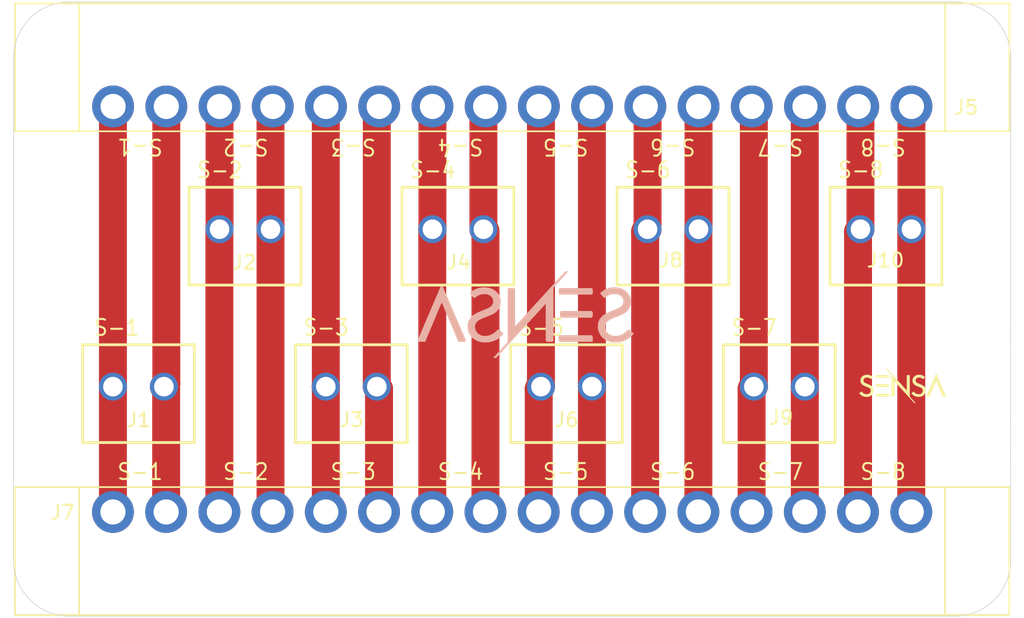
<source format=kicad_pcb>
(kicad_pcb (version 20171130) (host pcbnew "(5.1.9)-1")

  (general
    (thickness 1.6)
    (drawings 24)
    (tracks 56)
    (zones 0)
    (modules 16)
    (nets 17)
  )

  (page A4)
  (layers
    (0 F.Cu signal)
    (31 B.Cu signal)
    (32 B.Adhes user)
    (33 F.Adhes user)
    (34 B.Paste user)
    (35 F.Paste user)
    (36 B.SilkS user)
    (37 F.SilkS user)
    (38 B.Mask user)
    (39 F.Mask user)
    (40 Dwgs.User user)
    (41 Cmts.User user)
    (42 Eco1.User user)
    (43 Eco2.User user)
    (44 Edge.Cuts user)
    (45 Margin user)
    (46 B.CrtYd user)
    (47 F.CrtYd user)
    (48 B.Fab user)
    (49 F.Fab user)
  )

  (setup
    (last_trace_width 0.25)
    (user_trace_width 1.4)
    (user_trace_width 2)
    (trace_clearance 0.2)
    (zone_clearance 0.508)
    (zone_45_only no)
    (trace_min 0.2)
    (via_size 0.8)
    (via_drill 0.4)
    (via_min_size 0.4)
    (via_min_drill 0.3)
    (uvia_size 0.3)
    (uvia_drill 0.1)
    (uvias_allowed no)
    (uvia_min_size 0.2)
    (uvia_min_drill 0.1)
    (edge_width 0.05)
    (segment_width 0.2)
    (pcb_text_width 0.3)
    (pcb_text_size 1.5 1.5)
    (mod_edge_width 0.12)
    (mod_text_size 1 1)
    (mod_text_width 0.15)
    (pad_size 1.524 1.524)
    (pad_drill 0.762)
    (pad_to_mask_clearance 0)
    (aux_axis_origin 0 0)
    (visible_elements 7FFFFF7F)
    (pcbplotparams
      (layerselection 0x010fc_ffffffff)
      (usegerberextensions false)
      (usegerberattributes false)
      (usegerberadvancedattributes true)
      (creategerberjobfile false)
      (excludeedgelayer true)
      (linewidth 0.100000)
      (plotframeref false)
      (viasonmask false)
      (mode 1)
      (useauxorigin false)
      (hpglpennumber 1)
      (hpglpenspeed 20)
      (hpglpendiameter 15.000000)
      (psnegative false)
      (psa4output false)
      (plotreference true)
      (plotvalue true)
      (plotinvisibletext false)
      (padsonsilk false)
      (subtractmaskfromsilk false)
      (outputformat 1)
      (mirror false)
      (drillshape 0)
      (scaleselection 1)
      (outputdirectory "Documents/Gerbers/"))
  )

  (net 0 "")
  (net 1 /S1_1)
  (net 2 /S1_2)
  (net 3 /S2_2)
  (net 4 /S2_1)
  (net 5 /S3_1)
  (net 6 /S3_2)
  (net 7 /S4_2)
  (net 8 /S4_1)
  (net 9 /S5_2)
  (net 10 /S5_1)
  (net 11 /S6_2)
  (net 12 /S6_1)
  (net 13 /S7_2)
  (net 14 /S7_1)
  (net 15 /S8_2)
  (net 16 /S8_1)

  (net_class Default "This is the default net class."
    (clearance 0.2)
    (trace_width 0.25)
    (via_dia 0.8)
    (via_drill 0.4)
    (uvia_dia 0.3)
    (uvia_drill 0.1)
    (add_net /S1_1)
    (add_net /S1_2)
    (add_net /S2_1)
    (add_net /S2_2)
    (add_net /S3_1)
    (add_net /S3_2)
    (add_net /S4_1)
    (add_net /S4_2)
    (add_net /S5_1)
    (add_net /S5_2)
    (add_net /S6_1)
    (add_net /S6_2)
    (add_net /S7_1)
    (add_net /S7_2)
    (add_net /S8_1)
    (add_net /S8_2)
  )

  (module MountingHole:MountingHole_3.2mm_M3_DIN965 (layer F.Cu) (tedit 56D1B4CB) (tstamp 61661069)
    (at 97.77 106.03)
    (descr "Mounting Hole 3.2mm, no annular, M3, DIN965")
    (tags "mounting hole 3.2mm no annular m3 din965")
    (attr virtual)
    (fp_text reference REF** (at 0 -3.8) (layer F.SilkS) hide
      (effects (font (size 1 1) (thickness 0.15)))
    )
    (fp_text value MountingHole_3.2mm_M3_DIN965 (at 0 3.8) (layer F.Fab) hide
      (effects (font (size 1 1) (thickness 0.15)))
    )
    (fp_circle (center 0 0) (end 2.8 0) (layer Cmts.User) (width 0.15))
    (fp_circle (center 0 0) (end 3.05 0) (layer F.CrtYd) (width 0.05))
    (fp_text user %R (at 0.3 0) (layer F.Fab) hide
      (effects (font (size 1 1) (thickness 0.15)))
    )
    (pad 1 np_thru_hole circle (at 0 0) (size 3.2 3.2) (drill 3.2) (layers *.Cu *.Mask))
  )

  (module MountingHole:MountingHole_3.2mm_M3_DIN965 (layer F.Cu) (tedit 56D1B4CB) (tstamp 61661062)
    (at 97.77 86.83)
    (descr "Mounting Hole 3.2mm, no annular, M3, DIN965")
    (tags "mounting hole 3.2mm no annular m3 din965")
    (attr virtual)
    (fp_text reference REF** (at 0 -3.8) (layer F.SilkS) hide
      (effects (font (size 1 1) (thickness 0.15)))
    )
    (fp_text value MountingHole_3.2mm_M3_DIN965 (at 0 3.8) (layer F.Fab) hide
      (effects (font (size 1 1) (thickness 0.15)))
    )
    (fp_circle (center 0 0) (end 2.8 0) (layer Cmts.User) (width 0.15))
    (fp_circle (center 0 0) (end 3.05 0) (layer F.CrtYd) (width 0.05))
    (fp_text user %R (at 0.3 0) (layer F.Fab) hide
      (effects (font (size 1 1) (thickness 0.15)))
    )
    (pad 1 np_thru_hole circle (at 0 0) (size 3.2 3.2) (drill 3.2) (layers *.Cu *.Mask))
  )

  (module MountingHole:MountingHole_3.2mm_M3_DIN965 (layer F.Cu) (tedit 56D1B4CB) (tstamp 6166101E)
    (at 164.94 86.83)
    (descr "Mounting Hole 3.2mm, no annular, M3, DIN965")
    (tags "mounting hole 3.2mm no annular m3 din965")
    (attr virtual)
    (fp_text reference REF** (at 0 -3.8) (layer F.SilkS) hide
      (effects (font (size 1 1) (thickness 0.15)))
    )
    (fp_text value MountingHole_3.2mm_M3_DIN965 (at 0 3.8) (layer F.Fab) hide
      (effects (font (size 1 1) (thickness 0.15)))
    )
    (fp_circle (center 0 0) (end 2.8 0) (layer Cmts.User) (width 0.15))
    (fp_circle (center 0 0) (end 3.05 0) (layer F.CrtYd) (width 0.05))
    (fp_text user %R (at 0.3 0) (layer F.Fab) hide
      (effects (font (size 1 1) (thickness 0.15)))
    )
    (pad 1 np_thru_hole circle (at 0 0) (size 3.2 3.2) (drill 3.2) (layers *.Cu *.Mask))
  )

  (module MountingHole:MountingHole_3.2mm_M3_DIN965 (layer F.Cu) (tedit 56D1B4CB) (tstamp 61660EE0)
    (at 164.94 106.03)
    (descr "Mounting Hole 3.2mm, no annular, M3, DIN965")
    (tags "mounting hole 3.2mm no annular m3 din965")
    (attr virtual)
    (fp_text reference REF** (at 0 -3.8) (layer F.SilkS) hide
      (effects (font (size 1 1) (thickness 0.15)))
    )
    (fp_text value MountingHole_3.2mm_M3_DIN965 (at 0 3.8) (layer F.Fab) hide
      (effects (font (size 1 1) (thickness 0.15)))
    )
    (fp_circle (center 0 0) (end 2.8 0) (layer Cmts.User) (width 0.15))
    (fp_circle (center 0 0) (end 3.05 0) (layer F.CrtYd) (width 0.05))
    (fp_text user %R (at 0.3 0) (layer F.Fab) hide
      (effects (font (size 1 1) (thickness 0.15)))
    )
    (pad 1 np_thru_hole circle (at 0 0) (size 3.2 3.2) (drill 3.2) (layers *.Cu *.Mask))
  )

  (module logos:SENSA_6x3 (layer F.Cu) (tedit 0) (tstamp 615D0846)
    (at 159.2 101.91)
    (attr smd)
    (fp_text reference G*** (at 0 0) (layer F.SilkS) hide
      (effects (font (size 1.524 1.524) (thickness 0.3)))
    )
    (fp_text value LOGO (at 0.75 0) (layer F.SilkS) hide
      (effects (font (size 1.524 1.524) (thickness 0.3)))
    )
    (fp_poly (pts (xy -0.703103 -0.877899) (xy -0.64791 -0.817301) (xy -0.588452 -0.752057) (xy -0.525941 -0.683491)
      (xy -0.461585 -0.612931) (xy -0.396597 -0.541701) (xy -0.332185 -0.47113) (xy -0.269559 -0.402541)
      (xy -0.209931 -0.337262) (xy -0.154509 -0.276619) (xy -0.104505 -0.221937) (xy -0.09652 -0.213209)
      (xy -0.049842 -0.162186) (xy -0.002728 -0.110677) (xy 0.044018 -0.059563) (xy 0.08959 -0.009722)
      (xy 0.133185 0.037964) (xy 0.173999 0.082618) (xy 0.211227 0.123358) (xy 0.244065 0.159305)
      (xy 0.271709 0.189579) (xy 0.293355 0.2133) (xy 0.29464 0.214709) (xy 0.321367 0.243904)
      (xy 0.345963 0.270551) (xy 0.367581 0.293753) (xy 0.385379 0.312612) (xy 0.398511 0.326229)
      (xy 0.406132 0.333708) (xy 0.40767 0.334879) (xy 0.408188 0.329964) (xy 0.408685 0.315552)
      (xy 0.409157 0.292304) (xy 0.409599 0.260882) (xy 0.410006 0.221948) (xy 0.410373 0.176165)
      (xy 0.410696 0.124193) (xy 0.41097 0.066696) (xy 0.41119 0.004335) (xy 0.411351 -0.062227)
      (xy 0.411449 -0.132329) (xy 0.41148 -0.199775) (xy 0.41148 -0.734829) (xy 0.423237 -0.745875)
      (xy 0.428246 -0.750026) (xy 0.434154 -0.752984) (xy 0.44265 -0.754951) (xy 0.455427 -0.756126)
      (xy 0.474177 -0.756711) (xy 0.50059 -0.756906) (xy 0.516331 -0.756921) (xy 0.546853 -0.756857)
      (xy 0.56889 -0.756524) (xy 0.584116 -0.755708) (xy 0.594205 -0.754197) (xy 0.600832 -0.751776)
      (xy 0.605671 -0.748234) (xy 0.608714 -0.745163) (xy 0.61976 -0.733406) (xy 0.619974 0.78486)
      (xy 0.823511 1.008312) (xy 0.860221 1.048636) (xy 0.894884 1.086749) (xy 0.926894 1.121985)
      (xy 0.955649 1.153678) (xy 0.980544 1.181161) (xy 1.000976 1.203769) (xy 1.016341 1.220833)
      (xy 1.026036 1.231689) (xy 1.029443 1.235642) (xy 1.025937 1.237441) (xy 1.014502 1.238797)
      (xy 0.997367 1.23948) (xy 0.991649 1.23952) (xy 0.951458 1.23952) (xy 0.755782 1.02489)
      (xy 0.72156 0.987369) (xy 0.68465 0.946929) (xy 0.644774 0.903269) (xy 0.601653 0.856083)
      (xy 0.555009 0.805067) (xy 0.504565 0.749919) (xy 0.450042 0.690335) (xy 0.391162 0.62601)
      (xy 0.327648 0.556642) (xy 0.259221 0.481926) (xy 0.185603 0.401558) (xy 0.106517 0.315236)
      (xy 0.021683 0.222656) (xy -0.069175 0.123513) (xy -0.166336 0.017504) (xy -0.270078 -0.095675)
      (xy -0.27432 -0.100303) (xy -0.4699 -0.313664) (xy -0.471194 0.217564) (xy -0.472488 0.748793)
      (xy -0.486114 0.763016) (xy -0.499741 0.77724) (xy -0.578523 0.77724) (xy -0.608395 0.777194)
      (xy -0.629867 0.776886) (xy -0.644699 0.776056) (xy -0.654652 0.774447) (xy -0.661486 0.771801)
      (xy -0.66696 0.767858) (xy -0.671553 0.763589) (xy -0.6858 0.749939) (xy -0.686049 -0.009841)
      (xy -0.686298 -0.76962) (xy -0.876769 -0.9779) (xy -0.912999 -1.017547) (xy -0.947718 -1.055596)
      (xy -0.980216 -1.091266) (xy -1.009785 -1.123777) (xy -1.035716 -1.152348) (xy -1.057301 -1.1762)
      (xy -1.073831 -1.194552) (xy -1.084598 -1.206623) (xy -1.087814 -1.21031) (xy -1.108387 -1.23444)
      (xy -1.027746 -1.23444) (xy -0.703103 -0.877899)) (layer F.SilkS) (width 0.01))
    (fp_poly (pts (xy -2.41917 -0.778086) (xy -2.377087 -0.775866) (xy -2.337193 -0.772004) (xy -2.302896 -0.766702)
      (xy -2.293724 -0.764749) (xy -2.244577 -0.750118) (xy -2.19335 -0.729026) (xy -2.144068 -0.703137)
      (xy -2.142627 -0.702283) (xy -2.123044 -0.689896) (xy -2.101744 -0.675218) (xy -2.080381 -0.659542)
      (xy -2.06061 -0.644159) (xy -2.044082 -0.630362) (xy -2.032453 -0.619444) (xy -2.027375 -0.612695)
      (xy -2.027281 -0.61214) (xy -2.030422 -0.606755) (xy -2.039147 -0.595142) (xy -2.052336 -0.578709)
      (xy -2.068869 -0.558863) (xy -2.080852 -0.54483) (xy -2.101032 -0.521565) (xy -2.11596 -0.50495)
      (xy -2.126936 -0.49387) (xy -2.135262 -0.487212) (xy -2.142239 -0.483862) (xy -2.149168 -0.482705)
      (xy -2.153534 -0.4826) (xy -2.165502 -0.483999) (xy -2.177742 -0.489088) (xy -2.192914 -0.499206)
      (xy -2.204578 -0.508284) (xy -2.253631 -0.542125) (xy -2.305171 -0.566582) (xy -2.360271 -0.582023)
      (xy -2.420003 -0.588814) (xy -2.440483 -0.58922) (xy -2.491993 -0.586454) (xy -2.536262 -0.577934)
      (xy -2.574751 -0.563147) (xy -2.608922 -0.541582) (xy -2.630612 -0.522615) (xy -2.660457 -0.487255)
      (xy -2.681327 -0.449151) (xy -2.693213 -0.409428) (xy -2.696102 -0.36921) (xy -2.689982 -0.32962)
      (xy -2.674844 -0.291784) (xy -2.650674 -0.256824) (xy -2.633504 -0.239209) (xy -2.619419 -0.226989)
      (xy -2.604659 -0.21578) (xy -2.588036 -0.204977) (xy -2.568358 -0.193973) (xy -2.544435 -0.18216)
      (xy -2.515076 -0.168933) (xy -2.479091 -0.153684) (xy -2.435289 -0.135808) (xy -2.413 -0.126861)
      (xy -2.341812 -0.097652) (xy -2.27965 -0.070422) (xy -2.225706 -0.044606) (xy -2.17917 -0.01964)
      (xy -2.139233 0.005043) (xy -2.105086 0.030005) (xy -2.075918 0.055812) (xy -2.050922 0.083029)
      (xy -2.029286 0.11222) (xy -2.010203 0.143951) (xy -2.001826 0.16002) (xy -1.987281 0.191675)
      (xy -1.976795 0.221346) (xy -1.969816 0.251745) (xy -1.965792 0.285581) (xy -1.964171 0.325566)
      (xy -1.964076 0.34544) (xy -1.964381 0.376344) (xy -1.965298 0.399869) (xy -1.967149 0.41879)
      (xy -1.970259 0.435884) (xy -1.974952 0.453927) (xy -1.977893 0.463841) (xy -2.002384 0.527688)
      (xy -2.035111 0.585904) (xy -2.07558 0.638053) (xy -2.123297 0.683703) (xy -2.177766 0.722416)
      (xy -2.238495 0.75376) (xy -2.304989 0.777299) (xy -2.345464 0.787095) (xy -2.384041 0.792876)
      (xy -2.428949 0.796243) (xy -2.476643 0.797158) (xy -2.523576 0.79558) (xy -2.566202 0.791471)
      (xy -2.5781 0.789659) (xy -2.638062 0.776473) (xy -2.698219 0.757556) (xy -2.756031 0.733947)
      (xy -2.808959 0.706687) (xy -2.854465 0.676818) (xy -2.855772 0.675829) (xy -2.869687 0.664379)
      (xy -2.886884 0.648917) (xy -2.906015 0.630814) (xy -2.925731 0.611438) (xy -2.944685 0.59216)
      (xy -2.96153 0.574351) (xy -2.974917 0.559379) (xy -2.983499 0.548615) (xy -2.985961 0.543497)
      (xy -2.981758 0.539144) (xy -2.971051 0.529471) (xy -2.955165 0.515636) (xy -2.935424 0.498796)
      (xy -2.919464 0.485375) (xy -2.895473 0.465401) (xy -2.877806 0.451109) (xy -2.865019 0.44163)
      (xy -2.85567 0.436097) (xy -2.848314 0.43364) (xy -2.841509 0.43339) (xy -2.834659 0.434336)
      (xy -2.820151 0.438828) (xy -2.807238 0.448294) (xy -2.795995 0.460737) (xy -2.770623 0.487209)
      (xy -2.738041 0.514336) (xy -2.700863 0.540186) (xy -2.661703 0.562826) (xy -2.649921 0.568721)
      (xy -2.611568 0.585967) (xy -2.577578 0.598099) (xy -2.544471 0.605913) (xy -2.508762 0.610204)
      (xy -2.46697 0.611768) (xy -2.46126 0.611811) (xy -2.431695 0.611684) (xy -2.409399 0.610744)
      (xy -2.391496 0.60866) (xy -2.375108 0.6051) (xy -2.357996 0.599946) (xy -2.308436 0.578862)
      (xy -2.265709 0.550542) (xy -2.230249 0.515458) (xy -2.20249 0.474083) (xy -2.182865 0.426893)
      (xy -2.176249 0.40132) (xy -2.170347 0.352639) (xy -2.173982 0.307413) (xy -2.18722 0.265419)
      (xy -2.210125 0.226438) (xy -2.236955 0.195791) (xy -2.252453 0.181804) (xy -2.27014 0.168416)
      (xy -2.291048 0.155106) (xy -2.316206 0.141355) (xy -2.346644 0.126642) (xy -2.383391 0.11045)
      (xy -2.427479 0.092257) (xy -2.479936 0.071546) (xy -2.49428 0.06599) (xy -2.546006 0.045774)
      (xy -2.589409 0.02822) (xy -2.625792 0.012734) (xy -2.656456 -0.001279) (xy -2.682704 -0.014415)
      (xy -2.705836 -0.027268) (xy -2.727155 -0.040433) (xy -2.727281 -0.040515) (xy -2.775561 -0.077217)
      (xy -2.817619 -0.120149) (xy -2.852515 -0.16799) (xy -2.879306 -0.219418) (xy -2.89705 -0.273109)
      (xy -2.898908 -0.281447) (xy -2.903636 -0.31365) (xy -2.905955 -0.350883) (xy -2.905886 -0.389551)
      (xy -2.903455 -0.426058) (xy -2.898683 -0.456812) (xy -2.897758 -0.460741) (xy -2.878237 -0.518636)
      (xy -2.849998 -0.572276) (xy -2.813803 -0.621061) (xy -2.770411 -0.664392) (xy -2.720586 -0.70167)
      (xy -2.665088 -0.732294) (xy -2.604677 -0.755667) (xy -2.540117 -0.771189) (xy -2.496255 -0.776787)
      (xy -2.460029 -0.778461) (xy -2.41917 -0.778086)) (layer F.SilkS) (width 0.01))
    (fp_poly (pts (xy 1.30955 -0.778086) (xy 1.351633 -0.775866) (xy 1.391527 -0.772004) (xy 1.425824 -0.766702)
      (xy 1.434996 -0.764749) (xy 1.484143 -0.750118) (xy 1.53537 -0.729026) (xy 1.584652 -0.703137)
      (xy 1.586093 -0.702283) (xy 1.605676 -0.689896) (xy 1.626976 -0.675218) (xy 1.648339 -0.659542)
      (xy 1.66811 -0.644159) (xy 1.684638 -0.630362) (xy 1.696267 -0.619444) (xy 1.701345 -0.612695)
      (xy 1.701439 -0.61214) (xy 1.698298 -0.606755) (xy 1.689573 -0.595142) (xy 1.676384 -0.578709)
      (xy 1.659851 -0.558863) (xy 1.647868 -0.54483) (xy 1.627688 -0.521565) (xy 1.61276 -0.50495)
      (xy 1.601784 -0.49387) (xy 1.593458 -0.487212) (xy 1.586481 -0.483862) (xy 1.579552 -0.482705)
      (xy 1.575186 -0.4826) (xy 1.563218 -0.483999) (xy 1.550978 -0.489088) (xy 1.535806 -0.499206)
      (xy 1.524142 -0.508284) (xy 1.475089 -0.542125) (xy 1.423549 -0.566582) (xy 1.368449 -0.582023)
      (xy 1.308717 -0.588814) (xy 1.288237 -0.58922) (xy 1.236727 -0.586454) (xy 1.192458 -0.577934)
      (xy 1.153969 -0.563147) (xy 1.119798 -0.541582) (xy 1.098108 -0.522615) (xy 1.068263 -0.487255)
      (xy 1.047393 -0.449151) (xy 1.035507 -0.409428) (xy 1.032618 -0.36921) (xy 1.038738 -0.32962)
      (xy 1.053876 -0.291784) (xy 1.078046 -0.256824) (xy 1.095216 -0.239209) (xy 1.109301 -0.226989)
      (xy 1.124061 -0.21578) (xy 1.140684 -0.204977) (xy 1.160362 -0.193973) (xy 1.184285 -0.18216)
      (xy 1.213644 -0.168933) (xy 1.249629 -0.153684) (xy 1.293431 -0.135808) (xy 1.31572 -0.126861)
      (xy 1.386908 -0.097652) (xy 1.44907 -0.070422) (xy 1.503014 -0.044606) (xy 1.54955 -0.01964)
      (xy 1.589487 0.005043) (xy 1.623634 0.030005) (xy 1.652802 0.055812) (xy 1.677798 0.083029)
      (xy 1.699434 0.11222) (xy 1.718517 0.143951) (xy 1.726894 0.16002) (xy 1.741439 0.191675)
      (xy 1.751925 0.221346) (xy 1.758904 0.251745) (xy 1.762928 0.285581) (xy 1.764549 0.325566)
      (xy 1.764644 0.34544) (xy 1.764339 0.376344) (xy 1.763422 0.399869) (xy 1.761571 0.41879)
      (xy 1.758461 0.435884) (xy 1.753768 0.453927) (xy 1.750827 0.463841) (xy 1.726336 0.527688)
      (xy 1.693609 0.585904) (xy 1.65314 0.638053) (xy 1.605423 0.683703) (xy 1.550954 0.722416)
      (xy 1.490225 0.75376) (xy 1.423731 0.777299) (xy 1.383256 0.787095) (xy 1.344679 0.792876)
      (xy 1.299771 0.796243) (xy 1.252077 0.797158) (xy 1.205144 0.79558) (xy 1.162518 0.791471)
      (xy 1.15062 0.789659) (xy 1.090658 0.776473) (xy 1.030501 0.757556) (xy 0.972689 0.733947)
      (xy 0.919761 0.706687) (xy 0.874255 0.676818) (xy 0.872948 0.675829) (xy 0.859033 0.664379)
      (xy 0.841836 0.648917) (xy 0.822705 0.630814) (xy 0.802989 0.611438) (xy 0.784035 0.59216)
      (xy 0.76719 0.574351) (xy 0.753803 0.559379) (xy 0.745221 0.548615) (xy 0.742759 0.543497)
      (xy 0.746962 0.539144) (xy 0.757669 0.529471) (xy 0.773555 0.515636) (xy 0.793296 0.498796)
      (xy 0.809256 0.485375) (xy 0.833247 0.465401) (xy 0.850914 0.451109) (xy 0.863701 0.44163)
      (xy 0.87305 0.436097) (xy 0.880406 0.43364) (xy 0.887211 0.43339) (xy 0.894061 0.434336)
      (xy 0.908569 0.438828) (xy 0.921482 0.448294) (xy 0.932725 0.460737) (xy 0.958097 0.487209)
      (xy 0.990679 0.514336) (xy 1.027857 0.540186) (xy 1.067017 0.562826) (xy 1.078799 0.568721)
      (xy 1.117152 0.585967) (xy 1.151142 0.598099) (xy 1.184249 0.605913) (xy 1.219958 0.610204)
      (xy 1.26175 0.611768) (xy 1.26746 0.611811) (xy 1.297025 0.611684) (xy 1.319321 0.610744)
      (xy 1.337224 0.60866) (xy 1.353612 0.6051) (xy 1.370724 0.599946) (xy 1.420284 0.578862)
      (xy 1.463011 0.550542) (xy 1.498471 0.515458) (xy 1.52623 0.474083) (xy 1.545855 0.426893)
      (xy 1.552471 0.40132) (xy 1.558373 0.352639) (xy 1.554738 0.307413) (xy 1.5415 0.265419)
      (xy 1.518595 0.226438) (xy 1.491765 0.195791) (xy 1.476267 0.181804) (xy 1.45858 0.168416)
      (xy 1.437672 0.155106) (xy 1.412514 0.141355) (xy 1.382076 0.126642) (xy 1.345329 0.11045)
      (xy 1.301241 0.092257) (xy 1.248784 0.071546) (xy 1.23444 0.06599) (xy 1.182714 0.045774)
      (xy 1.139311 0.02822) (xy 1.102928 0.012734) (xy 1.072264 -0.001279) (xy 1.046016 -0.014415)
      (xy 1.022884 -0.027268) (xy 1.001565 -0.040433) (xy 1.001439 -0.040515) (xy 0.953159 -0.077217)
      (xy 0.911101 -0.120149) (xy 0.876205 -0.16799) (xy 0.849414 -0.219418) (xy 0.83167 -0.273109)
      (xy 0.829812 -0.281447) (xy 0.825084 -0.31365) (xy 0.822765 -0.350883) (xy 0.822834 -0.389551)
      (xy 0.825265 -0.426058) (xy 0.830037 -0.456812) (xy 0.830962 -0.460741) (xy 0.850483 -0.518636)
      (xy 0.878722 -0.572276) (xy 0.914917 -0.621061) (xy 0.958309 -0.664392) (xy 1.008134 -0.70167)
      (xy 1.063632 -0.732294) (xy 1.124043 -0.755667) (xy 1.188603 -0.771189) (xy 1.232465 -0.776787)
      (xy 1.268691 -0.778461) (xy 1.30955 -0.778086)) (layer F.SilkS) (width 0.01))
    (fp_poly (pts (xy -0.854326 0.606117) (xy -0.849851 0.611606) (xy -0.846776 0.61813) (xy -0.844842 0.627582)
      (xy -0.843788 0.641852) (xy -0.843355 0.662831) (xy -0.84328 0.686511) (xy -0.843376 0.714278)
      (xy -0.843845 0.733753) (xy -0.844965 0.746809) (xy -0.84701 0.755312) (xy -0.850257 0.761133)
      (xy -0.854982 0.766142) (xy -0.855038 0.766194) (xy -0.866795 0.77724) (xy -1.81356 0.77724)
      (xy -1.81356 0.700047) (xy -1.813512 0.670517) (xy -1.813189 0.649361) (xy -1.812325 0.634796)
      (xy -1.810654 0.625037) (xy -1.807909 0.6183) (xy -1.803824 0.612798) (xy -1.79991 0.608607)
      (xy -1.78626 0.59436) (xy -0.865372 0.59436) (xy -0.854326 0.606117)) (layer F.SilkS) (width 0.01))
    (fp_poly (pts (xy 2.511479 -0.811763) (xy 2.536913 -0.81026) (xy 2.86693 -0.035905) (xy 3.196948 0.738451)
      (xy 3.187238 0.756575) (xy 3.177529 0.7747) (xy 3.081014 0.776052) (xy 2.9845 0.777405)
      (xy 2.748624 0.213351) (xy 2.718547 0.141532) (xy 2.68952 0.072427) (xy 2.661786 0.006602)
      (xy 2.635587 -0.055374) (xy 2.611167 -0.112935) (xy 2.588767 -0.165513) (xy 2.568632 -0.212541)
      (xy 2.551003 -0.253452) (xy 2.536123 -0.287677) (xy 2.524236 -0.314651) (xy 2.515583 -0.333805)
      (xy 2.510408 -0.344572) (xy 2.508954 -0.346801) (xy 2.506528 -0.341709) (xy 2.500402 -0.327834)
      (xy 2.490823 -0.305755) (xy 2.478038 -0.27605) (xy 2.462294 -0.239299) (xy 2.443836 -0.19608)
      (xy 2.422913 -0.146973) (xy 2.39977 -0.092557) (xy 2.374655 -0.03341) (xy 2.347814 0.029889)
      (xy 2.319494 0.09676) (xy 2.289942 0.166625) (xy 2.26912 0.2159) (xy 2.033081 0.7747)
      (xy 1.93729 0.775988) (xy 1.8415 0.777276) (xy 1.818362 0.741398) (xy 2.152203 -0.035933)
      (xy 2.486044 -0.813265) (xy 2.511479 -0.811763)) (layer F.SilkS) (width 0.01))
    (fp_poly (pts (xy -0.893088 -0.08795) (xy -0.887303 -0.082117) (xy -0.883343 -0.076374) (xy -0.880864 -0.068768)
      (xy -0.879518 -0.057346) (xy -0.878959 -0.040155) (xy -0.878842 -0.015243) (xy -0.87884 -0.00762)
      (xy -0.878902 0.019515) (xy -0.879319 0.038444) (xy -0.880437 0.051119) (xy -0.882602 0.059491)
      (xy -0.886161 0.065515) (xy -0.89146 0.071143) (xy -0.893088 0.072709) (xy -0.907336 0.08636)
      (xy -1.781087 0.08636) (xy -1.797324 0.069608) (xy -1.81356 0.052856) (xy -1.81356 -0.008743)
      (xy -1.813446 -0.034884) (xy -1.812859 -0.05301) (xy -1.811435 -0.065264) (xy -1.808807 -0.073792)
      (xy -1.804612 -0.080738) (xy -1.800409 -0.085971) (xy -1.787257 -0.1016) (xy -0.907336 -0.1016)
      (xy -0.893088 -0.08795)) (layer F.SilkS) (width 0.01))
    (fp_poly (pts (xy -0.854326 -0.745163) (xy -0.849851 -0.739674) (xy -0.846776 -0.73315) (xy -0.844842 -0.723698)
      (xy -0.843788 -0.709428) (xy -0.843355 -0.688449) (xy -0.84328 -0.664769) (xy -0.843376 -0.637002)
      (xy -0.843845 -0.617527) (xy -0.844965 -0.604471) (xy -0.84701 -0.595968) (xy -0.850257 -0.590147)
      (xy -0.854982 -0.585138) (xy -0.855038 -0.585086) (xy -0.866795 -0.574041) (xy -1.326527 -0.57404)
      (xy -1.78626 -0.57404) (xy -1.79991 -0.588288) (xy -1.805601 -0.594642) (xy -1.80944 -0.601007)
      (xy -1.811792 -0.609445) (xy -1.813019 -0.622014) (xy -1.813487 -0.640774) (xy -1.81356 -0.66548)
      (xy -1.813471 -0.691817) (xy -1.81296 -0.710054) (xy -1.811662 -0.72225) (xy -1.809214 -0.730466)
      (xy -1.805251 -0.73676) (xy -1.79991 -0.742673) (xy -1.78626 -0.75692) (xy -0.865372 -0.75692)
      (xy -0.854326 -0.745163)) (layer F.SilkS) (width 0.01))
  )

  (module logos:SENSA_15x6 (layer B.Cu) (tedit 0) (tstamp 615D0420)
    (at 132.59 96.82 180)
    (attr smd)
    (fp_text reference G*** (at 0 0) (layer B.SilkS) hide
      (effects (font (size 1.524 1.524) (thickness 0.3)) (justify mirror))
    )
    (fp_text value LOGO (at 0.75 0) (layer B.SilkS) hide
      (effects (font (size 1.524 1.524) (thickness 0.3)) (justify mirror))
    )
    (fp_poly (pts (xy -1.757757 2.194747) (xy -1.619773 2.043253) (xy -1.471129 1.880141) (xy -1.314851 1.708727)
      (xy -1.153963 1.532326) (xy -0.991491 1.354253) (xy -0.830461 1.177823) (xy -0.673898 1.006352)
      (xy -0.524826 0.843154) (xy -0.386273 0.691546) (xy -0.261262 0.554841) (xy -0.2413 0.533022)
      (xy -0.124604 0.405465) (xy -0.006819 0.276693) (xy 0.110045 0.148907) (xy 0.223975 0.024305)
      (xy 0.332963 -0.094912) (xy 0.434997 -0.206545) (xy 0.528067 -0.308395) (xy 0.610163 -0.398262)
      (xy 0.679273 -0.473947) (xy 0.733387 -0.53325) (xy 0.7366 -0.536773) (xy 0.803418 -0.60976)
      (xy 0.864907 -0.676378) (xy 0.918954 -0.734383) (xy 0.963448 -0.78153) (xy 0.996277 -0.815574)
      (xy 1.015331 -0.83427) (xy 1.019175 -0.837197) (xy 1.02047 -0.824912) (xy 1.021714 -0.788881)
      (xy 1.022894 -0.730761) (xy 1.023999 -0.652206) (xy 1.025016 -0.554872) (xy 1.025934 -0.440413)
      (xy 1.026741 -0.310484) (xy 1.027425 -0.166742) (xy 1.027975 -0.010839) (xy 1.028378 0.155567)
      (xy 1.028624 0.330822) (xy 1.0287 0.499437) (xy 1.0287 1.837073) (xy 1.058093 1.864687)
      (xy 1.070616 1.875064) (xy 1.085385 1.88246) (xy 1.106626 1.887376) (xy 1.138569 1.890315)
      (xy 1.185443 1.891777) (xy 1.251475 1.892265) (xy 1.290829 1.892301) (xy 1.367134 1.892141)
      (xy 1.422226 1.891308) (xy 1.46029 1.889269) (xy 1.485513 1.885491) (xy 1.50208 1.87944)
      (xy 1.514179 1.870585) (xy 1.521786 1.862907) (xy 1.5494 1.833513) (xy 1.549668 -0.064318)
      (xy 1.549937 -1.96215) (xy 2.058777 -2.520782) (xy 2.150554 -2.62159) (xy 2.23721 -2.716873)
      (xy 2.317236 -2.804963) (xy 2.389123 -2.884196) (xy 2.451361 -2.952904) (xy 2.502441 -3.009422)
      (xy 2.540854 -3.052084) (xy 2.565091 -3.079224) (xy 2.573608 -3.089107) (xy 2.564844 -3.093604)
      (xy 2.536257 -3.096992) (xy 2.493418 -3.0987) (xy 2.479122 -3.0988) (xy 2.378646 -3.0988)
      (xy 1.889455 -2.562225) (xy 1.803902 -2.468422) (xy 1.711627 -2.367324) (xy 1.611936 -2.258173)
      (xy 1.504133 -2.140207) (xy 1.387524 -2.012669) (xy 1.261413 -1.874799) (xy 1.125106 -1.725838)
      (xy 0.977907 -1.565026) (xy 0.819121 -1.391605) (xy 0.648053 -1.204815) (xy 0.464009 -1.003897)
      (xy 0.266292 -0.788092) (xy 0.054209 -0.55664) (xy -0.172936 -0.308783) (xy -0.415839 -0.04376)
      (xy -0.675194 0.239186) (xy -0.6858 0.250757) (xy -1.17475 0.78416) (xy -1.181218 -1.871982)
      (xy -1.215285 -1.907541) (xy -1.249353 -1.9431) (xy -1.446307 -1.9431) (xy -1.520986 -1.942986)
      (xy -1.574666 -1.942215) (xy -1.611747 -1.940142) (xy -1.63663 -1.936119) (xy -1.653714 -1.929503)
      (xy -1.6674 -1.919646) (xy -1.678881 -1.908973) (xy -1.7145 -1.874847) (xy -1.715122 0.024602)
      (xy -1.715744 1.92405) (xy -2.191922 2.44475) (xy -2.282498 2.543868) (xy -2.369294 2.638989)
      (xy -2.450539 2.728164) (xy -2.524461 2.809441) (xy -2.58929 2.88087) (xy -2.643252 2.940499)
      (xy -2.684578 2.986378) (xy -2.711495 3.016556) (xy -2.719533 3.025775) (xy -2.770966 3.0861)
      (xy -2.569364 3.0861) (xy -1.757757 2.194747)) (layer B.SilkS) (width 0.01))
    (fp_poly (pts (xy -6.047924 1.945215) (xy -5.942718 1.939665) (xy -5.842981 1.930009) (xy -5.757239 1.916753)
      (xy -5.734309 1.911871) (xy -5.611441 1.875294) (xy -5.483375 1.822565) (xy -5.360169 1.757841)
      (xy -5.356566 1.755707) (xy -5.307608 1.72474) (xy -5.254359 1.688045) (xy -5.200953 1.648854)
      (xy -5.151524 1.610397) (xy -5.110205 1.575905) (xy -5.081132 1.548608) (xy -5.068437 1.531737)
      (xy -5.068201 1.53035) (xy -5.076053 1.516886) (xy -5.097866 1.487854) (xy -5.130839 1.446771)
      (xy -5.172172 1.397157) (xy -5.202129 1.362075) (xy -5.252579 1.303912) (xy -5.289898 1.262374)
      (xy -5.317339 1.234674) (xy -5.338154 1.218029) (xy -5.355597 1.209654) (xy -5.37292 1.206762)
      (xy -5.383834 1.2065) (xy -5.413754 1.209998) (xy -5.444354 1.22272) (xy -5.482285 1.248015)
      (xy -5.511443 1.270709) (xy -5.634076 1.355313) (xy -5.762927 1.416455) (xy -5.900677 1.455056)
      (xy -6.050006 1.472034) (xy -6.101207 1.47305) (xy -6.229982 1.466135) (xy -6.340653 1.444834)
      (xy -6.436876 1.407868) (xy -6.522305 1.353955) (xy -6.57653 1.306537) (xy -6.651141 1.218136)
      (xy -6.703318 1.122877) (xy -6.733031 1.02357) (xy -6.740254 0.923024) (xy -6.724955 0.82405)
      (xy -6.687108 0.729459) (xy -6.626684 0.642059) (xy -6.58376 0.598022) (xy -6.548546 0.567471)
      (xy -6.511648 0.53945) (xy -6.47009 0.512442) (xy -6.420895 0.484931) (xy -6.361087 0.455399)
      (xy -6.28769 0.422331) (xy -6.197726 0.38421) (xy -6.088221 0.33952) (xy -6.0325 0.317152)
      (xy -5.854528 0.24413) (xy -5.699124 0.176055) (xy -5.564264 0.111515) (xy -5.447924 0.049098)
      (xy -5.348082 -0.012607) (xy -5.262713 -0.075013) (xy -5.189795 -0.139531) (xy -5.127304 -0.207573)
      (xy -5.073215 -0.280551) (xy -5.025507 -0.359877) (xy -5.004565 -0.40005) (xy -4.968202 -0.479187)
      (xy -4.941987 -0.553366) (xy -4.924539 -0.629363) (xy -4.914479 -0.713954) (xy -4.910427 -0.813917)
      (xy -4.91019 -0.8636) (xy -4.910953 -0.94086) (xy -4.913244 -0.999672) (xy -4.917872 -1.046976)
      (xy -4.925647 -1.089711) (xy -4.937379 -1.134819) (xy -4.944731 -1.159604) (xy -5.005958 -1.319221)
      (xy -5.087776 -1.46476) (xy -5.188949 -1.595134) (xy -5.308241 -1.709257) (xy -5.444415 -1.806041)
      (xy -5.596238 -1.8844) (xy -5.762471 -1.943248) (xy -5.86366 -1.967737) (xy -5.960101 -1.982191)
      (xy -6.072372 -1.990609) (xy -6.191607 -1.992895) (xy -6.30894 -1.988951) (xy -6.415505 -1.978679)
      (xy -6.44525 -1.974147) (xy -6.595155 -1.941184) (xy -6.745546 -1.89389) (xy -6.890076 -1.834867)
      (xy -7.022397 -1.766718) (xy -7.136161 -1.692045) (xy -7.139429 -1.689573) (xy -7.174218 -1.660948)
      (xy -7.21721 -1.622294) (xy -7.265036 -1.577035) (xy -7.314327 -1.528596) (xy -7.361713 -1.480402)
      (xy -7.403824 -1.435877) (xy -7.437292 -1.398448) (xy -7.458748 -1.371538) (xy -7.464901 -1.358744)
      (xy -7.454393 -1.347861) (xy -7.427627 -1.323679) (xy -7.387911 -1.289091) (xy -7.338558 -1.246991)
      (xy -7.298658 -1.213438) (xy -7.238683 -1.163503) (xy -7.194515 -1.127773) (xy -7.162548 -1.104077)
      (xy -7.139173 -1.090243) (xy -7.120784 -1.0841) (xy -7.103772 -1.083476) (xy -7.086647 -1.085842)
      (xy -7.050376 -1.09707) (xy -7.018093 -1.120737) (xy -6.989986 -1.151844) (xy -6.926557 -1.218023)
      (xy -6.845101 -1.285841) (xy -6.752156 -1.350465) (xy -6.654257 -1.407065) (xy -6.624803 -1.421804)
      (xy -6.528918 -1.464918) (xy -6.443945 -1.495248) (xy -6.361176 -1.514783) (xy -6.271905 -1.525511)
      (xy -6.167425 -1.529421) (xy -6.15315 -1.529528) (xy -6.079236 -1.529212) (xy -6.023498 -1.526861)
      (xy -5.97874 -1.52165) (xy -5.937768 -1.512752) (xy -5.89499 -1.499865) (xy -5.771089 -1.447157)
      (xy -5.664271 -1.376355) (xy -5.575622 -1.288645) (xy -5.506224 -1.185209) (xy -5.457161 -1.067233)
      (xy -5.440622 -1.0033) (xy -5.425866 -0.881599) (xy -5.434954 -0.768533) (xy -5.468049 -0.663549)
      (xy -5.525313 -0.566095) (xy -5.592387 -0.489477) (xy -5.631131 -0.454512) (xy -5.67535 -0.421041)
      (xy -5.727619 -0.387766) (xy -5.790514 -0.353387) (xy -5.866608 -0.316607) (xy -5.958477 -0.276125)
      (xy -6.068696 -0.230644) (xy -6.19984 -0.178865) (xy -6.2357 -0.164976) (xy -6.365014 -0.114435)
      (xy -6.473522 -0.070552) (xy -6.564479 -0.031837) (xy -6.64114 0.003197) (xy -6.706759 0.036036)
      (xy -6.76459 0.068169) (xy -6.817886 0.101083) (xy -6.818202 0.101287) (xy -6.938901 0.193041)
      (xy -7.044047 0.300372) (xy -7.131287 0.419975) (xy -7.198264 0.548544) (xy -7.242623 0.682773)
      (xy -7.24727 0.703616) (xy -7.25909 0.784125) (xy -7.264886 0.877208) (xy -7.264715 0.973876)
      (xy -7.258636 1.065145) (xy -7.246706 1.142028) (xy -7.244394 1.151851) (xy -7.195592 1.29659)
      (xy -7.124994 1.43069) (xy -7.034506 1.552653) (xy -6.926028 1.66098) (xy -6.801465 1.754173)
      (xy -6.662719 1.830735) (xy -6.511693 1.889168) (xy -6.350291 1.927973) (xy -6.240636 1.941968)
      (xy -6.150072 1.946152) (xy -6.047924 1.945215)) (layer B.SilkS) (width 0.01))
    (fp_poly (pts (xy 3.273876 1.945215) (xy 3.379082 1.939665) (xy 3.478819 1.930009) (xy 3.564561 1.916753)
      (xy 3.587491 1.911871) (xy 3.710359 1.875294) (xy 3.838425 1.822565) (xy 3.961631 1.757841)
      (xy 3.965234 1.755707) (xy 4.014192 1.72474) (xy 4.067441 1.688045) (xy 4.120847 1.648854)
      (xy 4.170276 1.610397) (xy 4.211595 1.575905) (xy 4.240668 1.548608) (xy 4.253363 1.531737)
      (xy 4.253599 1.53035) (xy 4.245747 1.516886) (xy 4.223934 1.487854) (xy 4.190961 1.446771)
      (xy 4.149628 1.397157) (xy 4.119671 1.362075) (xy 4.069221 1.303912) (xy 4.031902 1.262374)
      (xy 4.004461 1.234674) (xy 3.983646 1.218029) (xy 3.966203 1.209654) (xy 3.94888 1.206762)
      (xy 3.937966 1.2065) (xy 3.908046 1.209998) (xy 3.877446 1.22272) (xy 3.839515 1.248015)
      (xy 3.810357 1.270709) (xy 3.687724 1.355313) (xy 3.558873 1.416455) (xy 3.421123 1.455056)
      (xy 3.271794 1.472034) (xy 3.220593 1.47305) (xy 3.091818 1.466135) (xy 2.981147 1.444834)
      (xy 2.884924 1.407868) (xy 2.799495 1.353955) (xy 2.74527 1.306537) (xy 2.670659 1.218136)
      (xy 2.618482 1.122877) (xy 2.588769 1.02357) (xy 2.581546 0.923024) (xy 2.596845 0.82405)
      (xy 2.634692 0.729459) (xy 2.695116 0.642059) (xy 2.73804 0.598022) (xy 2.773254 0.567471)
      (xy 2.810152 0.53945) (xy 2.85171 0.512442) (xy 2.900905 0.484931) (xy 2.960713 0.455399)
      (xy 3.03411 0.422331) (xy 3.124074 0.38421) (xy 3.233579 0.33952) (xy 3.2893 0.317152)
      (xy 3.467272 0.24413) (xy 3.622676 0.176055) (xy 3.757536 0.111515) (xy 3.873876 0.049098)
      (xy 3.973718 -0.012607) (xy 4.059087 -0.075013) (xy 4.132005 -0.139531) (xy 4.194496 -0.207573)
      (xy 4.248585 -0.280551) (xy 4.296293 -0.359877) (xy 4.317235 -0.40005) (xy 4.353598 -0.479187)
      (xy 4.379813 -0.553366) (xy 4.397261 -0.629363) (xy 4.407321 -0.713954) (xy 4.411373 -0.813917)
      (xy 4.41161 -0.8636) (xy 4.410847 -0.94086) (xy 4.408556 -0.999672) (xy 4.403928 -1.046976)
      (xy 4.396153 -1.089711) (xy 4.384421 -1.134819) (xy 4.377069 -1.159604) (xy 4.315842 -1.319221)
      (xy 4.234024 -1.46476) (xy 4.132851 -1.595134) (xy 4.013559 -1.709257) (xy 3.877385 -1.806041)
      (xy 3.725562 -1.8844) (xy 3.559329 -1.943248) (xy 3.45814 -1.967737) (xy 3.361699 -1.982191)
      (xy 3.249428 -1.990609) (xy 3.130193 -1.992895) (xy 3.01286 -1.988951) (xy 2.906295 -1.978679)
      (xy 2.87655 -1.974147) (xy 2.726645 -1.941184) (xy 2.576254 -1.89389) (xy 2.431724 -1.834867)
      (xy 2.299403 -1.766718) (xy 2.185639 -1.692045) (xy 2.182371 -1.689573) (xy 2.147582 -1.660948)
      (xy 2.10459 -1.622294) (xy 2.056764 -1.577035) (xy 2.007473 -1.528596) (xy 1.960087 -1.480402)
      (xy 1.917976 -1.435877) (xy 1.884508 -1.398448) (xy 1.863052 -1.371538) (xy 1.856899 -1.358744)
      (xy 1.867407 -1.347861) (xy 1.894173 -1.323679) (xy 1.933889 -1.289091) (xy 1.983242 -1.246991)
      (xy 2.023142 -1.213438) (xy 2.083117 -1.163503) (xy 2.127285 -1.127773) (xy 2.159252 -1.104077)
      (xy 2.182627 -1.090243) (xy 2.201016 -1.0841) (xy 2.218028 -1.083476) (xy 2.235153 -1.085842)
      (xy 2.271424 -1.09707) (xy 2.303707 -1.120737) (xy 2.331814 -1.151844) (xy 2.395243 -1.218023)
      (xy 2.476699 -1.285841) (xy 2.569644 -1.350465) (xy 2.667543 -1.407065) (xy 2.696997 -1.421804)
      (xy 2.792882 -1.464918) (xy 2.877855 -1.495248) (xy 2.960624 -1.514783) (xy 3.049895 -1.525511)
      (xy 3.154375 -1.529421) (xy 3.16865 -1.529528) (xy 3.242564 -1.529212) (xy 3.298302 -1.526861)
      (xy 3.34306 -1.52165) (xy 3.384032 -1.512752) (xy 3.42681 -1.499865) (xy 3.550711 -1.447157)
      (xy 3.657529 -1.376355) (xy 3.746178 -1.288645) (xy 3.815576 -1.185209) (xy 3.864639 -1.067233)
      (xy 3.881178 -1.0033) (xy 3.895934 -0.881599) (xy 3.886846 -0.768533) (xy 3.853751 -0.663549)
      (xy 3.796487 -0.566095) (xy 3.729413 -0.489477) (xy 3.690669 -0.454512) (xy 3.64645 -0.421041)
      (xy 3.594181 -0.387766) (xy 3.531286 -0.353387) (xy 3.455192 -0.316607) (xy 3.363323 -0.276125)
      (xy 3.253104 -0.230644) (xy 3.12196 -0.178865) (xy 3.0861 -0.164976) (xy 2.956786 -0.114435)
      (xy 2.848278 -0.070552) (xy 2.757321 -0.031837) (xy 2.68066 0.003197) (xy 2.615041 0.036036)
      (xy 2.55721 0.068169) (xy 2.503914 0.101083) (xy 2.503598 0.101287) (xy 2.382899 0.193041)
      (xy 2.277753 0.300372) (xy 2.190513 0.419975) (xy 2.123536 0.548544) (xy 2.079177 0.682773)
      (xy 2.07453 0.703616) (xy 2.06271 0.784125) (xy 2.056914 0.877208) (xy 2.057085 0.973876)
      (xy 2.063164 1.065145) (xy 2.075094 1.142028) (xy 2.077406 1.151851) (xy 2.126208 1.29659)
      (xy 2.196806 1.43069) (xy 2.287294 1.552653) (xy 2.395772 1.66098) (xy 2.520335 1.754173)
      (xy 2.659081 1.830735) (xy 2.810107 1.889168) (xy 2.971509 1.927973) (xy 3.081164 1.941968)
      (xy 3.171728 1.946152) (xy 3.273876 1.945215)) (layer B.SilkS) (width 0.01))
    (fp_poly (pts (xy -2.135814 -1.515293) (xy -2.124627 -1.529015) (xy -2.11694 -1.545326) (xy -2.112103 -1.568956)
      (xy -2.109469 -1.604631) (xy -2.108386 -1.657078) (xy -2.1082 -1.716279) (xy -2.108438 -1.785695)
      (xy -2.109612 -1.834384) (xy -2.112411 -1.867022) (xy -2.117525 -1.888281) (xy -2.125643 -1.902834)
      (xy -2.137455 -1.915355) (xy -2.137594 -1.915486) (xy -2.166988 -1.9431) (xy -4.5339 -1.9431)
      (xy -4.5339 -1.750119) (xy -4.533779 -1.676293) (xy -4.532972 -1.623404) (xy -4.530813 -1.586992)
      (xy -4.526635 -1.562594) (xy -4.519773 -1.54575) (xy -4.50956 -1.531996) (xy -4.499774 -1.521519)
      (xy -4.465648 -1.4859) (xy -2.163428 -1.4859) (xy -2.135814 -1.515293)) (layer B.SilkS) (width 0.01))
    (fp_poly (pts (xy 6.278697 2.029406) (xy 6.342283 2.02565) (xy 7.167326 0.089761) (xy 7.99237 -1.846129)
      (xy 7.968097 -1.891439) (xy 7.943824 -1.93675) (xy 7.702537 -1.940131) (xy 7.46125 -1.943513)
      (xy 6.871562 -0.533379) (xy 6.796369 -0.353832) (xy 6.723801 -0.181068) (xy 6.654465 -0.016507)
      (xy 6.588968 0.138435) (xy 6.527918 0.282337) (xy 6.471919 0.413782) (xy 6.421581 0.531352)
      (xy 6.377508 0.633629) (xy 6.340309 0.719193) (xy 6.31059 0.786626) (xy 6.288958 0.834511)
      (xy 6.27602 0.861429) (xy 6.272385 0.867003) (xy 6.266321 0.854273) (xy 6.251006 0.819585)
      (xy 6.227059 0.764386) (xy 6.195097 0.690124) (xy 6.155735 0.598246) (xy 6.109592 0.4902)
      (xy 6.057283 0.367433) (xy 5.999426 0.231391) (xy 5.936638 0.083524) (xy 5.869536 -0.074723)
      (xy 5.798736 -0.241901) (xy 5.724855 -0.416563) (xy 5.6728 -0.53975) (xy 5.082704 -1.93675)
      (xy 4.60375 -1.94319) (xy 4.574827 -1.898343) (xy 4.545905 -1.853496) (xy 5.380508 0.089833)
      (xy 6.215111 2.033161) (xy 6.278697 2.029406)) (layer B.SilkS) (width 0.01))
    (fp_poly (pts (xy -2.23272 0.219874) (xy -2.218256 0.205293) (xy -2.208358 0.190935) (xy -2.202159 0.171919)
      (xy -2.198794 0.143364) (xy -2.197398 0.100388) (xy -2.197103 0.038107) (xy -2.1971 0.01905)
      (xy -2.197255 -0.048789) (xy -2.198297 -0.096111) (xy -2.201091 -0.127797) (xy -2.206504 -0.148729)
      (xy -2.215401 -0.163789) (xy -2.228649 -0.177859) (xy -2.23272 -0.181773) (xy -2.26834 -0.2159)
      (xy -4.452718 -0.2159) (xy -4.5339 -0.13214) (xy -4.5339 0.021856) (xy -4.533614 0.087208)
      (xy -4.532147 0.132523) (xy -4.528586 0.16316) (xy -4.522018 0.18448) (xy -4.51153 0.201844)
      (xy -4.501022 0.214926) (xy -4.468143 0.254) (xy -2.26834 0.254) (xy -2.23272 0.219874)) (layer B.SilkS) (width 0.01))
    (fp_poly (pts (xy -2.135814 1.862907) (xy -2.124627 1.849185) (xy -2.11694 1.832874) (xy -2.112103 1.809244)
      (xy -2.109469 1.773569) (xy -2.108386 1.721122) (xy -2.1082 1.661921) (xy -2.108438 1.592505)
      (xy -2.109612 1.543816) (xy -2.112411 1.511178) (xy -2.117525 1.489919) (xy -2.125643 1.475366)
      (xy -2.137455 1.462845) (xy -2.137594 1.462714) (xy -2.166988 1.435101) (xy -3.316318 1.4351)
      (xy -4.465648 1.4351) (xy -4.499774 1.47072) (xy -4.514003 1.486604) (xy -4.5236 1.502517)
      (xy -4.529479 1.523611) (xy -4.532547 1.555034) (xy -4.533718 1.601935) (xy -4.5339 1.6637)
      (xy -4.533677 1.729542) (xy -4.532398 1.775134) (xy -4.529154 1.805625) (xy -4.523034 1.826164)
      (xy -4.513128 1.8419) (xy -4.499774 1.856681) (xy -4.465648 1.8923) (xy -2.163428 1.8923)
      (xy -2.135814 1.862907)) (layer B.SilkS) (width 0.01))
  )

  (module LocalLib:2PIN_CH (layer F.Cu) (tedit 615C49A5) (tstamp 615CE5C7)
    (at 99.407 106.66)
    (path /615E4754)
    (fp_text reference J1 (at 5.22 -2.310995) (layer F.SilkS)
      (effects (font (size 1 1) (thickness 0.15)))
    )
    (fp_text value Screw_Terminal_01x02 (at 4.84 -11.48) (layer F.Fab)
      (effects (font (size 1 1) (thickness 0.15)))
    )
    (fp_line (start 9.196982 -0.681007) (end 1.196998 -0.681007) (layer F.SilkS) (width 0.2))
    (fp_line (start 1.196998 -0.681007) (end 1.196998 -7.680994) (layer F.SilkS) (width 0.2))
    (fp_line (start 1.196998 -7.680994) (end 1.196998 -7.680994) (layer F.SilkS) (width 0.2))
    (fp_line (start 1.196998 -7.680994) (end 9.196982 -7.680994) (layer F.SilkS) (width 0.2))
    (fp_line (start 9.196982 -7.680994) (end 9.196982 -0.681007) (layer F.SilkS) (width 0.2))
    (fp_text user S-1 (at 1.928963 -8.24) (layer F.SilkS)
      (effects (font (size 1.143 1.0287) (thickness 0.142875)) (justify left bottom))
    )
    (pad 1 thru_hole circle (at 3.372 -4.680999) (size 2 2) (drill 1.4) (layers *.Cu *.Mask)
      (net 1 /S1_1))
    (pad 2 thru_hole circle (at 7.022005 -4.680999) (size 2 2) (drill 1.4) (layers *.Cu *.Mask)
      (net 2 /S1_2))
  )

  (module LocalLib:2PIN_CH (layer F.Cu) (tedit 615C49A5) (tstamp 615CE5D3)
    (at 107.039 95.39)
    (path /615E474A)
    (fp_text reference J2 (at 5.14 -2.310995) (layer F.SilkS)
      (effects (font (size 1 1) (thickness 0.15)))
    )
    (fp_text value Screw_Terminal_01x02 (at 4.84 -11.48) (layer F.Fab)
      (effects (font (size 1 1) (thickness 0.15)))
    )
    (fp_line (start 9.196982 -7.680994) (end 9.196982 -0.681007) (layer F.SilkS) (width 0.2))
    (fp_line (start 1.196998 -7.680994) (end 9.196982 -7.680994) (layer F.SilkS) (width 0.2))
    (fp_line (start 1.196998 -7.680994) (end 1.196998 -7.680994) (layer F.SilkS) (width 0.2))
    (fp_line (start 1.196998 -0.681007) (end 1.196998 -7.680994) (layer F.SilkS) (width 0.2))
    (fp_line (start 9.196982 -0.681007) (end 1.196998 -0.681007) (layer F.SilkS) (width 0.2))
    (fp_text user S-2 (at 1.684034 -8.24) (layer F.SilkS)
      (effects (font (size 1.143 1.0287) (thickness 0.142875)) (justify left bottom))
    )
    (pad 2 thru_hole circle (at 7.022005 -4.680999) (size 2 2) (drill 1.4) (layers *.Cu *.Mask)
      (net 3 /S2_2))
    (pad 1 thru_hole circle (at 3.372 -4.680999) (size 2 2) (drill 1.4) (layers *.Cu *.Mask)
      (net 4 /S2_1))
  )

  (module LocalLib:2PIN_CH (layer F.Cu) (tedit 615C49A5) (tstamp 615CE5DF)
    (at 114.647 106.66)
    (path /615E470A)
    (fp_text reference J3 (at 5.22 -2.310995) (layer F.SilkS)
      (effects (font (size 1 1) (thickness 0.15)))
    )
    (fp_text value Screw_Terminal_01x02 (at 4.84 -11.48) (layer F.Fab)
      (effects (font (size 1 1) (thickness 0.15)))
    )
    (fp_line (start 9.196982 -0.681007) (end 1.196998 -0.681007) (layer F.SilkS) (width 0.2))
    (fp_line (start 1.196998 -0.681007) (end 1.196998 -7.680994) (layer F.SilkS) (width 0.2))
    (fp_line (start 1.196998 -7.680994) (end 1.196998 -7.680994) (layer F.SilkS) (width 0.2))
    (fp_line (start 1.196998 -7.680994) (end 9.196982 -7.680994) (layer F.SilkS) (width 0.2))
    (fp_line (start 9.196982 -7.680994) (end 9.196982 -0.681007) (layer F.SilkS) (width 0.2))
    (fp_text user S-3 (at 1.684034 -8.250995) (layer F.SilkS)
      (effects (font (size 1.143 1.0287) (thickness 0.142875)) (justify left bottom))
    )
    (pad 1 thru_hole circle (at 3.372 -4.680999) (size 2 2) (drill 1.4) (layers *.Cu *.Mask)
      (net 5 /S3_1))
    (pad 2 thru_hole circle (at 7.022005 -4.680999) (size 2 2) (drill 1.4) (layers *.Cu *.Mask)
      (net 6 /S3_2))
  )

  (module LocalLib:2PIN_CH (layer F.Cu) (tedit 615C49A5) (tstamp 615CE5EB)
    (at 122.279 95.39)
    (path /615E4710)
    (fp_text reference J4 (at 5.25 -2.310995) (layer F.SilkS)
      (effects (font (size 1 1) (thickness 0.15)))
    )
    (fp_text value Screw_Terminal_01x02 (at 4.84 -11.48) (layer F.Fab)
      (effects (font (size 1 1) (thickness 0.15)))
    )
    (fp_line (start 9.196982 -7.680994) (end 9.196982 -0.681007) (layer F.SilkS) (width 0.2))
    (fp_line (start 1.196998 -7.680994) (end 9.196982 -7.680994) (layer F.SilkS) (width 0.2))
    (fp_line (start 1.196998 -7.680994) (end 1.196998 -7.680994) (layer F.SilkS) (width 0.2))
    (fp_line (start 1.196998 -0.681007) (end 1.196998 -7.680994) (layer F.SilkS) (width 0.2))
    (fp_line (start 9.196982 -0.681007) (end 1.196998 -0.681007) (layer F.SilkS) (width 0.2))
    (fp_text user S-4 (at 1.684034 -8.24) (layer F.SilkS)
      (effects (font (size 1.143 1.0287) (thickness 0.142875)) (justify left bottom))
    )
    (pad 2 thru_hole circle (at 7.022005 -4.680999) (size 2 2) (drill 1.4) (layers *.Cu *.Mask)
      (net 7 /S4_2))
    (pad 1 thru_hole circle (at 3.372 -4.680999) (size 2 2) (drill 1.4) (layers *.Cu *.Mask)
      (net 8 /S4_1))
  )

  (module LocalLib:2PIN_CH (layer F.Cu) (tedit 615C49A5) (tstamp 615CE612)
    (at 130.046995 106.66)
    (path /615E4716)
    (fp_text reference J6 (at 5.21 -2.310995) (layer F.SilkS)
      (effects (font (size 1 1) (thickness 0.15)))
    )
    (fp_text value Screw_Terminal_01x02 (at 4.84 -11.48) (layer F.Fab)
      (effects (font (size 1 1) (thickness 0.15)))
    )
    (fp_line (start 9.196982 -0.681007) (end 1.196998 -0.681007) (layer F.SilkS) (width 0.2))
    (fp_line (start 1.196998 -0.681007) (end 1.196998 -7.680994) (layer F.SilkS) (width 0.2))
    (fp_line (start 1.196998 -7.680994) (end 1.196998 -7.680994) (layer F.SilkS) (width 0.2))
    (fp_line (start 1.196998 -7.680994) (end 9.196982 -7.680994) (layer F.SilkS) (width 0.2))
    (fp_line (start 9.196982 -7.680994) (end 9.196982 -0.681007) (layer F.SilkS) (width 0.2))
    (fp_text user S-5 (at 1.684034 -8.24) (layer F.SilkS)
      (effects (font (size 1.143 1.0287) (thickness 0.142875)) (justify left bottom))
    )
    (pad 1 thru_hole circle (at 3.372 -4.680999) (size 2 2) (drill 1.4) (layers *.Cu *.Mask)
      (net 10 /S5_1))
    (pad 2 thru_hole circle (at 7.022005 -4.680999) (size 2 2) (drill 1.4) (layers *.Cu *.Mask)
      (net 9 /S5_2))
  )

  (module LocalLib:16PIN_CH (layer F.Cu) (tedit 615C5538) (tstamp 615CE62D)
    (at 95.76 118.32)
    (path /615E475E)
    (fp_text reference J7 (at 3.41 -7.34) (layer F.SilkS)
      (effects (font (size 1 1) (thickness 0.15)))
    )
    (fp_text value 16PIN_IN (at 26.13 -17) (layer F.Fab)
      (effects (font (size 1 1) (thickness 0.15)))
    )
    (fp_line (start 66.59 -9.15) (end 66.59 0) (layer F.SilkS) (width 0.12))
    (fp_line (start 4.6 0) (end 4.6 -9.15) (layer F.SilkS) (width 0.12))
    (fp_line (start 71.19 0) (end 0 0) (layer F.SilkS) (width 0.12))
    (fp_line (start 71.19 -9.15) (end 71.19 0) (layer F.SilkS) (width 0.12))
    (fp_line (start 0 -9.15) (end 71.19 -9.15) (layer F.SilkS) (width 0.12))
    (fp_line (start 0 0) (end 0 -9.15) (layer F.SilkS) (width 0.12))
    (fp_text user U1 (at 35.41 -9.37) (layer F.SilkS) hide
      (effects (font (size 1.143 1.0287) (thickness 0.142875)) (justify left bottom))
    )
    (pad 1 thru_hole circle (at 7.019 -7.371) (size 3 3) (drill 1.8) (layers *.Cu *.Mask)
      (net 1 /S1_1))
    (pad 2 thru_hole circle (at 10.829 -7.371) (size 3 3) (drill 1.8) (layers *.Cu *.Mask)
      (net 2 /S1_2))
    (pad 3 thru_hole circle (at 14.639001 -7.371) (size 3 3) (drill 1.8) (layers *.Cu *.Mask)
      (net 4 /S2_1))
    (pad 4 thru_hole circle (at 18.449001 -7.371) (size 3 3) (drill 1.8) (layers *.Cu *.Mask)
      (net 3 /S2_2))
    (pad 5 thru_hole circle (at 22.259 -7.371) (size 3 3) (drill 1.8) (layers *.Cu *.Mask)
      (net 5 /S3_1))
    (pad 6 thru_hole circle (at 26.069 -7.371) (size 3 3) (drill 1.8) (layers *.Cu *.Mask)
      (net 6 /S3_2))
    (pad 7 thru_hole circle (at 29.878999 -7.371) (size 3 3) (drill 1.8) (layers *.Cu *.Mask)
      (net 8 /S4_1))
    (pad 8 thru_hole circle (at 33.689 -7.371) (size 3 3) (drill 1.8) (layers *.Cu *.Mask)
      (net 7 /S4_2))
    (pad 9 thru_hole circle (at 37.498999 -7.371) (size 3 3) (drill 1.8) (layers *.Cu *.Mask)
      (net 10 /S5_1))
    (pad 10 thru_hole circle (at 41.309 -7.371) (size 3 3) (drill 1.8) (layers *.Cu *.Mask)
      (net 9 /S5_2))
    (pad 11 thru_hole circle (at 45.118999 -7.371) (size 3 3) (drill 1.8) (layers *.Cu *.Mask)
      (net 12 /S6_1))
    (pad 12 thru_hole circle (at 48.929 -7.371) (size 3 3) (drill 1.8) (layers *.Cu *.Mask)
      (net 11 /S6_2))
    (pad 13 thru_hole circle (at 52.739 -7.371) (size 3 3) (drill 1.8) (layers *.Cu *.Mask)
      (net 14 /S7_1))
    (pad 14 thru_hole circle (at 56.549 -7.371) (size 3 3) (drill 1.8) (layers *.Cu *.Mask)
      (net 13 /S7_2))
    (pad 15 thru_hole circle (at 60.359 -7.371) (size 3 3) (drill 1.8) (layers *.Cu *.Mask)
      (net 16 /S8_1))
    (pad 16 thru_hole circle (at 64.169 -7.371) (size 3 3) (drill 1.8) (layers *.Cu *.Mask)
      (net 15 /S8_2))
  )

  (module LocalLib:2PIN_CH (layer F.Cu) (tedit 615C49A5) (tstamp 615CE639)
    (at 137.678995 95.39)
    (path /615E4704)
    (fp_text reference J8 (at 5.05 -2.460995) (layer F.SilkS)
      (effects (font (size 1 1) (thickness 0.15)))
    )
    (fp_text value Screw_Terminal_01x02 (at 4.84 -11.48) (layer F.Fab)
      (effects (font (size 1 1) (thickness 0.15)))
    )
    (fp_line (start 9.196982 -7.680994) (end 9.196982 -0.681007) (layer F.SilkS) (width 0.2))
    (fp_line (start 1.196998 -7.680994) (end 9.196982 -7.680994) (layer F.SilkS) (width 0.2))
    (fp_line (start 1.196998 -7.680994) (end 1.196998 -7.680994) (layer F.SilkS) (width 0.2))
    (fp_line (start 1.196998 -0.681007) (end 1.196998 -7.680994) (layer F.SilkS) (width 0.2))
    (fp_line (start 9.196982 -0.681007) (end 1.196998 -0.681007) (layer F.SilkS) (width 0.2))
    (fp_text user S-6 (at 1.684034 -8.24) (layer F.SilkS)
      (effects (font (size 1.143 1.0287) (thickness 0.142875)) (justify left bottom))
    )
    (pad 2 thru_hole circle (at 7.022005 -4.680999) (size 2 2) (drill 1.4) (layers *.Cu *.Mask)
      (net 11 /S6_2))
    (pad 1 thru_hole circle (at 3.372 -4.680999) (size 2 2) (drill 1.4) (layers *.Cu *.Mask)
      (net 12 /S6_1))
  )

  (module LocalLib:2PIN_CH (layer F.Cu) (tedit 615C49A5) (tstamp 615CE645)
    (at 145.286995 106.66)
    (path /615E46FE)
    (fp_text reference J9 (at 5.33 -2.460995) (layer F.SilkS)
      (effects (font (size 1 1) (thickness 0.15)))
    )
    (fp_text value Screw_Terminal_01x02 (at 4.84 -11.48) (layer F.Fab)
      (effects (font (size 1 1) (thickness 0.15)))
    )
    (fp_line (start 9.196982 -0.681007) (end 1.196998 -0.681007) (layer F.SilkS) (width 0.2))
    (fp_line (start 1.196998 -0.681007) (end 1.196998 -7.680994) (layer F.SilkS) (width 0.2))
    (fp_line (start 1.196998 -7.680994) (end 1.196998 -7.680994) (layer F.SilkS) (width 0.2))
    (fp_line (start 1.196998 -7.680994) (end 9.196982 -7.680994) (layer F.SilkS) (width 0.2))
    (fp_line (start 9.196982 -7.680994) (end 9.196982 -0.681007) (layer F.SilkS) (width 0.2))
    (fp_text user S-7 (at 1.684034 -8.24) (layer F.SilkS)
      (effects (font (size 1.143 1.0287) (thickness 0.142875)) (justify left bottom))
    )
    (pad 1 thru_hole circle (at 3.372 -4.680999) (size 2 2) (drill 1.4) (layers *.Cu *.Mask)
      (net 14 /S7_1))
    (pad 2 thru_hole circle (at 7.022005 -4.680999) (size 2 2) (drill 1.4) (layers *.Cu *.Mask)
      (net 13 /S7_2))
  )

  (module LocalLib:2PIN_CH (layer F.Cu) (tedit 615C49A5) (tstamp 615CE651)
    (at 152.918995 95.39)
    (path /615E46F8)
    (fp_text reference J10 (at 5.17 -2.460995) (layer F.SilkS)
      (effects (font (size 1 1) (thickness 0.15)))
    )
    (fp_text value Screw_Terminal_01x02 (at 4.84 -11.48) (layer F.Fab)
      (effects (font (size 1 1) (thickness 0.15)))
    )
    (fp_line (start 9.196982 -7.680994) (end 9.196982 -0.681007) (layer F.SilkS) (width 0.2))
    (fp_line (start 1.196998 -7.680994) (end 9.196982 -7.680994) (layer F.SilkS) (width 0.2))
    (fp_line (start 1.196998 -7.680994) (end 1.196998 -7.680994) (layer F.SilkS) (width 0.2))
    (fp_line (start 1.196998 -0.681007) (end 1.196998 -7.680994) (layer F.SilkS) (width 0.2))
    (fp_line (start 9.196982 -0.681007) (end 1.196998 -0.681007) (layer F.SilkS) (width 0.2))
    (fp_text user S-8 (at 1.684034 -8.24) (layer F.SilkS)
      (effects (font (size 1.143 1.0287) (thickness 0.142875)) (justify left bottom))
    )
    (pad 2 thru_hole circle (at 7.022005 -4.680999) (size 2 2) (drill 1.4) (layers *.Cu *.Mask)
      (net 15 /S8_2))
    (pad 1 thru_hole circle (at 3.372 -4.680999) (size 2 2) (drill 1.4) (layers *.Cu *.Mask)
      (net 16 /S8_1))
  )

  (module LocalLib:16PIN_CH (layer F.Cu) (tedit 615C5538) (tstamp 615CEAF1)
    (at 166.96 74.55 180)
    (path /615E472C)
    (fp_text reference J5 (at 3.11 -7.44) (layer F.SilkS)
      (effects (font (size 1 1) (thickness 0.15)))
    )
    (fp_text value 16PIN_OUT (at 26.13 -17) (layer F.Fab)
      (effects (font (size 1 1) (thickness 0.15)))
    )
    (fp_line (start 66.59 -9.15) (end 66.59 0) (layer F.SilkS) (width 0.12))
    (fp_line (start 4.6 0) (end 4.6 -9.15) (layer F.SilkS) (width 0.12))
    (fp_line (start 71.19 0) (end 0 0) (layer F.SilkS) (width 0.12))
    (fp_line (start 71.19 -9.15) (end 71.19 0) (layer F.SilkS) (width 0.12))
    (fp_line (start 0 -9.15) (end 71.19 -9.15) (layer F.SilkS) (width 0.12))
    (fp_line (start 0 0) (end 0 -9.15) (layer F.SilkS) (width 0.12))
    (fp_text user U1 (at 35.41 -9.37) (layer F.SilkS) hide
      (effects (font (size 1.143 1.0287) (thickness 0.142875)) (justify right bottom))
    )
    (pad 1 thru_hole circle (at 7.019 -7.371 180) (size 3 3) (drill 1.8) (layers *.Cu *.Mask)
      (net 15 /S8_2))
    (pad 2 thru_hole circle (at 10.829 -7.371 180) (size 3 3) (drill 1.8) (layers *.Cu *.Mask)
      (net 16 /S8_1))
    (pad 3 thru_hole circle (at 14.639001 -7.371 180) (size 3 3) (drill 1.8) (layers *.Cu *.Mask)
      (net 13 /S7_2))
    (pad 4 thru_hole circle (at 18.449001 -7.371 180) (size 3 3) (drill 1.8) (layers *.Cu *.Mask)
      (net 14 /S7_1))
    (pad 5 thru_hole circle (at 22.259 -7.371 180) (size 3 3) (drill 1.8) (layers *.Cu *.Mask)
      (net 11 /S6_2))
    (pad 6 thru_hole circle (at 26.069 -7.371 180) (size 3 3) (drill 1.8) (layers *.Cu *.Mask)
      (net 12 /S6_1))
    (pad 7 thru_hole circle (at 29.878999 -7.371 180) (size 3 3) (drill 1.8) (layers *.Cu *.Mask)
      (net 9 /S5_2))
    (pad 8 thru_hole circle (at 33.689 -7.371 180) (size 3 3) (drill 1.8) (layers *.Cu *.Mask)
      (net 10 /S5_1))
    (pad 9 thru_hole circle (at 37.498999 -7.371 180) (size 3 3) (drill 1.8) (layers *.Cu *.Mask)
      (net 7 /S4_2))
    (pad 10 thru_hole circle (at 41.309 -7.371 180) (size 3 3) (drill 1.8) (layers *.Cu *.Mask)
      (net 8 /S4_1))
    (pad 11 thru_hole circle (at 45.118999 -7.371 180) (size 3 3) (drill 1.8) (layers *.Cu *.Mask)
      (net 6 /S3_2))
    (pad 12 thru_hole circle (at 48.929 -7.371 180) (size 3 3) (drill 1.8) (layers *.Cu *.Mask)
      (net 5 /S3_1))
    (pad 13 thru_hole circle (at 52.739 -7.371 180) (size 3 3) (drill 1.8) (layers *.Cu *.Mask)
      (net 3 /S2_2))
    (pad 14 thru_hole circle (at 56.549 -7.371 180) (size 3 3) (drill 1.8) (layers *.Cu *.Mask)
      (net 4 /S2_1))
    (pad 15 thru_hole circle (at 60.359 -7.371 180) (size 3 3) (drill 1.8) (layers *.Cu *.Mask)
      (net 2 /S1_2))
    (pad 16 thru_hole circle (at 64.169 -7.371 180) (size 3 3) (drill 1.8) (layers *.Cu *.Mask)
      (net 1 /S1_1))
  )

  (gr_text S-6 (at 142.85 84.82 180) (layer F.SilkS) (tstamp 616613B4)
    (effects (font (size 1.143 1.0287) (thickness 0.142875)))
  )
  (gr_text S-3 (at 119.98 84.82 180) (layer F.SilkS) (tstamp 616613B3)
    (effects (font (size 1.143 1.0287) (thickness 0.142875)))
  )
  (gr_text S-2 (at 112.29 84.82 180) (layer F.SilkS) (tstamp 616613B2)
    (effects (font (size 1.143 1.0287) (thickness 0.142875)))
  )
  (gr_text S-5 (at 135.19 84.82 180) (layer F.SilkS) (tstamp 616613B1)
    (effects (font (size 1.143 1.0287) (thickness 0.142875)))
  )
  (gr_text S-7 (at 150.56 84.82 180) (layer F.SilkS) (tstamp 616613B0)
    (effects (font (size 1.143 1.0287) (thickness 0.142875)))
  )
  (gr_text S-8 (at 157.91 84.82 180) (layer F.SilkS) (tstamp 616613AF)
    (effects (font (size 1.143 1.0287) (thickness 0.142875)))
  )
  (gr_text S-4 (at 127.66 84.82 180) (layer F.SilkS) (tstamp 616613AE)
    (effects (font (size 1.143 1.0287) (thickness 0.142875)))
  )
  (gr_text S-1 (at 104.72 84.82 180) (layer F.SilkS) (tstamp 616613AD)
    (effects (font (size 1.143 1.0287) (thickness 0.142875)))
  )
  (gr_text S-8 (at 157.91 108.07) (layer F.SilkS) (tstamp 61661373)
    (effects (font (size 1.143 1.0287) (thickness 0.142875)))
  )
  (gr_text S-7 (at 150.56 108.07) (layer F.SilkS) (tstamp 61661373)
    (effects (font (size 1.143 1.0287) (thickness 0.142875)))
  )
  (gr_text S-6 (at 142.85 108.07) (layer F.SilkS) (tstamp 61661373)
    (effects (font (size 1.143 1.0287) (thickness 0.142875)))
  )
  (gr_text S-5 (at 135.19 108.07) (layer F.SilkS) (tstamp 61661373)
    (effects (font (size 1.143 1.0287) (thickness 0.142875)))
  )
  (gr_text S-4 (at 127.66 108.07) (layer F.SilkS) (tstamp 61661373)
    (effects (font (size 1.143 1.0287) (thickness 0.142875)))
  )
  (gr_text S-3 (at 119.98 108.07) (layer F.SilkS) (tstamp 61661373)
    (effects (font (size 1.143 1.0287) (thickness 0.142875)))
  )
  (gr_text S-2 (at 112.29 108.07) (layer F.SilkS) (tstamp 61661373)
    (effects (font (size 1.143 1.0287) (thickness 0.142875)))
  )
  (gr_text S-1 (at 104.72 108.07) (layer F.SilkS)
    (effects (font (size 1.143 1.0287) (thickness 0.142875)))
  )
  (gr_arc (start 99.67 114.41) (end 95.67 114.41) (angle -90) (layer Edge.Cuts) (width 0.05) (tstamp 615CDD6E))
  (gr_arc (start 163.04 114.41) (end 163.04 118.41) (angle -90) (layer Edge.Cuts) (width 0.05) (tstamp 615CDD6E))
  (gr_arc (start 163.05 78.44) (end 167.05 78.44) (angle -90) (layer Edge.Cuts) (width 0.05) (tstamp 615CDD6E))
  (gr_arc (start 99.67 78.44) (end 99.67 74.44) (angle -90) (layer Edge.Cuts) (width 0.05))
  (gr_line (start 99.67 74.44) (end 163.05 74.44) (layer Edge.Cuts) (width 0.05) (tstamp 615CDBD5))
  (gr_line (start 95.67 78.44) (end 95.67 114.41) (layer Edge.Cuts) (width 0.05) (tstamp 615CDBD4))
  (gr_line (start 167.04 114.41) (end 167.05 78.44) (layer Edge.Cuts) (width 0.05) (tstamp 615CD770))
  (gr_line (start 163.04 118.41) (end 99.67 118.41) (layer Edge.Cuts) (width 0.05))

  (segment (start 102.779 110.949) (end 102.779 101.979001) (width 2) (layer F.Cu) (net 1))
  (segment (start 102.779 81.933) (end 102.791 81.921) (width 2) (layer F.Cu) (net 1))
  (segment (start 102.779 101.979001) (end 102.779 81.933) (width 2) (layer F.Cu) (net 1))
  (segment (start 106.601 101.807006) (end 106.429005 101.979001) (width 2) (layer F.Cu) (net 2))
  (segment (start 106.601 81.921) (end 106.601 101.807006) (width 2) (layer F.Cu) (net 2))
  (segment (start 106.589 102.138996) (end 106.429005 101.979001) (width 2) (layer F.Cu) (net 2))
  (segment (start 106.589 110.949) (end 106.589 102.138996) (width 2) (layer F.Cu) (net 2))
  (segment (start 114.061005 82.080995) (end 114.221 81.921) (width 2) (layer F.Cu) (net 3))
  (segment (start 114.061005 90.709001) (end 114.061005 82.080995) (width 2) (layer F.Cu) (net 3))
  (segment (start 114.061005 110.801004) (end 114.209001 110.949) (width 2) (layer F.Cu) (net 3))
  (segment (start 114.061005 90.709001) (end 114.061005 110.801004) (width 2) (layer F.Cu) (net 3))
  (segment (start 110.399001 90.721) (end 110.411 90.709001) (width 2) (layer F.Cu) (net 4))
  (segment (start 110.399001 110.949) (end 110.399001 90.721) (width 2) (layer F.Cu) (net 4))
  (segment (start 110.411 90.709001) (end 110.411 81.921) (width 2) (layer F.Cu) (net 4))
  (segment (start 118.019 81.933) (end 118.031 81.921) (width 2) (layer F.Cu) (net 5))
  (segment (start 118.019 101.979001) (end 118.019 81.933) (width 2) (layer F.Cu) (net 5))
  (segment (start 118.019 101.979001) (end 118.019 110.949) (width 2) (layer F.Cu) (net 5))
  (segment (start 121.829 102.138996) (end 121.669005 101.979001) (width 2) (layer F.Cu) (net 6))
  (segment (start 121.829 110.949) (end 121.829 102.138996) (width 2) (layer F.Cu) (net 6))
  (segment (start 121.669005 82.092996) (end 121.841001 81.921) (width 2) (layer F.Cu) (net 6))
  (segment (start 121.669005 101.979001) (end 121.669005 82.092996) (width 2) (layer F.Cu) (net 6))
  (segment (start 129.449 90.856996) (end 129.301005 90.709001) (width 2) (layer F.Cu) (net 7))
  (segment (start 129.449 110.949) (end 129.449 90.856996) (width 2) (layer F.Cu) (net 7))
  (segment (start 129.301005 82.080996) (end 129.461001 81.921) (width 2) (layer F.Cu) (net 7))
  (segment (start 129.301005 90.709001) (end 129.301005 82.080996) (width 2) (layer F.Cu) (net 7))
  (segment (start 125.651 90.709001) (end 125.651 81.921) (width 2) (layer F.Cu) (net 8))
  (segment (start 125.638999 90.721002) (end 125.651 90.709001) (width 2) (layer F.Cu) (net 8))
  (segment (start 125.638999 110.949) (end 125.638999 90.721002) (width 2) (layer F.Cu) (net 8))
  (segment (start 137.069 110.949) (end 137.069 101.979001) (width 2) (layer F.Cu) (net 9))
  (segment (start 137.069 81.933001) (end 137.081001 81.921) (width 2) (layer F.Cu) (net 9))
  (segment (start 137.069 101.979001) (end 137.069 81.933001) (width 2) (layer F.Cu) (net 9))
  (segment (start 133.258999 102.138997) (end 133.418995 101.979001) (width 2) (layer F.Cu) (net 10))
  (segment (start 133.258999 110.949) (end 133.258999 102.138997) (width 2) (layer F.Cu) (net 10))
  (segment (start 133.418995 82.068995) (end 133.271 81.921) (width 2) (layer F.Cu) (net 10))
  (segment (start 133.418995 101.979001) (end 133.418995 82.068995) (width 2) (layer F.Cu) (net 10))
  (segment (start 144.689 90.721001) (end 144.701 90.709001) (width 2) (layer F.Cu) (net 11))
  (segment (start 144.689 110.949) (end 144.689 90.721001) (width 2) (layer F.Cu) (net 11))
  (segment (start 144.701 90.709001) (end 144.701 81.921) (width 2) (layer F.Cu) (net 11))
  (segment (start 140.878999 90.880997) (end 141.050995 90.709001) (width 2) (layer F.Cu) (net 12))
  (segment (start 140.878999 110.949) (end 140.878999 90.880997) (width 2) (layer F.Cu) (net 12))
  (segment (start 141.050995 82.080995) (end 140.891 81.921) (width 2) (layer F.Cu) (net 12))
  (segment (start 141.050995 90.709001) (end 141.050995 82.080995) (width 2) (layer F.Cu) (net 12))
  (segment (start 152.309 110.949) (end 152.309 101.979001) (width 2) (layer F.Cu) (net 13))
  (segment (start 152.309 81.932999) (end 152.320999 81.921) (width 2) (layer F.Cu) (net 13))
  (segment (start 152.309 101.979001) (end 152.309 81.932999) (width 2) (layer F.Cu) (net 13))
  (segment (start 148.499 102.138996) (end 148.658995 101.979001) (width 2) (layer F.Cu) (net 14))
  (segment (start 148.499 110.949) (end 148.499 102.138996) (width 2) (layer F.Cu) (net 14))
  (segment (start 148.658995 82.068996) (end 148.510999 81.921) (width 2) (layer F.Cu) (net 14))
  (segment (start 148.658995 101.979001) (end 148.658995 82.068996) (width 2) (layer F.Cu) (net 14))
  (segment (start 159.929 90.721001) (end 159.941 90.709001) (width 2) (layer F.Cu) (net 15))
  (segment (start 159.929 110.949) (end 159.929 90.721001) (width 2) (layer F.Cu) (net 15))
  (segment (start 159.941 81.921) (end 159.941 90.709001) (width 2) (layer F.Cu) (net 15))
  (segment (start 156.119 90.880996) (end 156.290995 90.709001) (width 2) (layer F.Cu) (net 16))
  (segment (start 156.119 110.949) (end 156.119 90.880996) (width 2) (layer F.Cu) (net 16))
  (segment (start 156.290995 82.080995) (end 156.131 81.921) (width 2) (layer F.Cu) (net 16))
  (segment (start 156.290995 90.709001) (end 156.290995 82.080995) (width 2) (layer F.Cu) (net 16))

)

</source>
